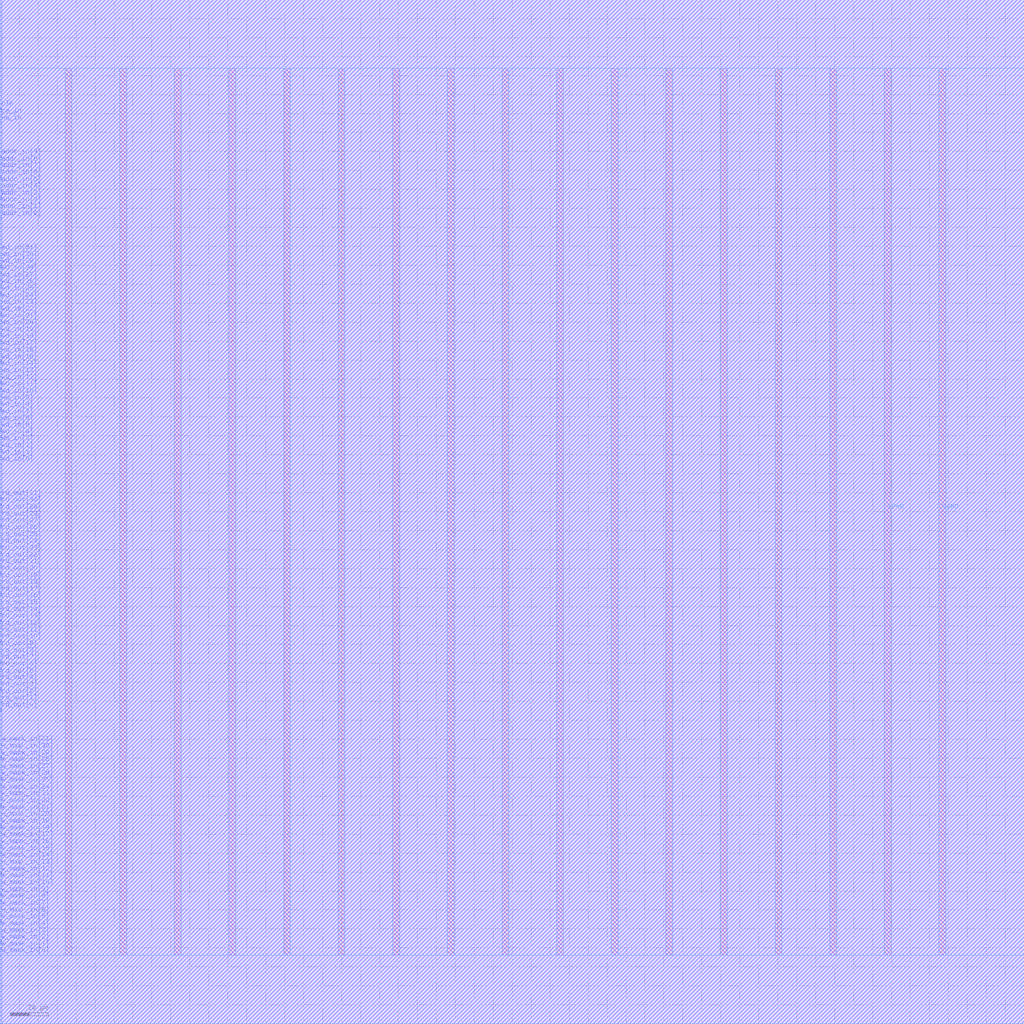
<source format=lef>
VERSION 5.7 ;
BUSBITCHARS "[]" ;
MACRO fakeram130_1024x32
  FOREIGN fakeram130_1024x32 0 0 ;
  SYMMETRY X Y R90 ;
  SIZE 540.000 BY 540.000 ;
  CLASS BLOCK ;
  PIN w_mask_in[0]
    DIRECTION INPUT ;
    USE SIGNAL ;
    SHAPE ABUTMENT ;
    PORT
      LAYER met3 ;
      RECT 0.000 35.550 0.900 36.450 ;
    END
  END w_mask_in[0]
  PIN w_mask_in[1]
    DIRECTION INPUT ;
    USE SIGNAL ;
    SHAPE ABUTMENT ;
    PORT
      LAYER met3 ;
      RECT 0.000 39.150 0.900 40.050 ;
    END
  END w_mask_in[1]
  PIN w_mask_in[2]
    DIRECTION INPUT ;
    USE SIGNAL ;
    SHAPE ABUTMENT ;
    PORT
      LAYER met3 ;
      RECT 0.000 42.750 0.900 43.650 ;
    END
  END w_mask_in[2]
  PIN w_mask_in[3]
    DIRECTION INPUT ;
    USE SIGNAL ;
    SHAPE ABUTMENT ;
    PORT
      LAYER met3 ;
      RECT 0.000 46.350 0.900 47.250 ;
    END
  END w_mask_in[3]
  PIN w_mask_in[4]
    DIRECTION INPUT ;
    USE SIGNAL ;
    SHAPE ABUTMENT ;
    PORT
      LAYER met3 ;
      RECT 0.000 49.950 0.900 50.850 ;
    END
  END w_mask_in[4]
  PIN w_mask_in[5]
    DIRECTION INPUT ;
    USE SIGNAL ;
    SHAPE ABUTMENT ;
    PORT
      LAYER met3 ;
      RECT 0.000 53.550 0.900 54.450 ;
    END
  END w_mask_in[5]
  PIN w_mask_in[6]
    DIRECTION INPUT ;
    USE SIGNAL ;
    SHAPE ABUTMENT ;
    PORT
      LAYER met3 ;
      RECT 0.000 57.150 0.900 58.050 ;
    END
  END w_mask_in[6]
  PIN w_mask_in[7]
    DIRECTION INPUT ;
    USE SIGNAL ;
    SHAPE ABUTMENT ;
    PORT
      LAYER met3 ;
      RECT 0.000 60.750 0.900 61.650 ;
    END
  END w_mask_in[7]
  PIN w_mask_in[8]
    DIRECTION INPUT ;
    USE SIGNAL ;
    SHAPE ABUTMENT ;
    PORT
      LAYER met3 ;
      RECT 0.000 64.350 0.900 65.250 ;
    END
  END w_mask_in[8]
  PIN w_mask_in[9]
    DIRECTION INPUT ;
    USE SIGNAL ;
    SHAPE ABUTMENT ;
    PORT
      LAYER met3 ;
      RECT 0.000 67.950 0.900 68.850 ;
    END
  END w_mask_in[9]
  PIN w_mask_in[10]
    DIRECTION INPUT ;
    USE SIGNAL ;
    SHAPE ABUTMENT ;
    PORT
      LAYER met3 ;
      RECT 0.000 71.550 0.900 72.450 ;
    END
  END w_mask_in[10]
  PIN w_mask_in[11]
    DIRECTION INPUT ;
    USE SIGNAL ;
    SHAPE ABUTMENT ;
    PORT
      LAYER met3 ;
      RECT 0.000 75.150 0.900 76.050 ;
    END
  END w_mask_in[11]
  PIN w_mask_in[12]
    DIRECTION INPUT ;
    USE SIGNAL ;
    SHAPE ABUTMENT ;
    PORT
      LAYER met3 ;
      RECT 0.000 78.750 0.900 79.650 ;
    END
  END w_mask_in[12]
  PIN w_mask_in[13]
    DIRECTION INPUT ;
    USE SIGNAL ;
    SHAPE ABUTMENT ;
    PORT
      LAYER met3 ;
      RECT 0.000 82.350 0.900 83.250 ;
    END
  END w_mask_in[13]
  PIN w_mask_in[14]
    DIRECTION INPUT ;
    USE SIGNAL ;
    SHAPE ABUTMENT ;
    PORT
      LAYER met3 ;
      RECT 0.000 85.950 0.900 86.850 ;
    END
  END w_mask_in[14]
  PIN w_mask_in[15]
    DIRECTION INPUT ;
    USE SIGNAL ;
    SHAPE ABUTMENT ;
    PORT
      LAYER met3 ;
      RECT 0.000 89.550 0.900 90.450 ;
    END
  END w_mask_in[15]
  PIN w_mask_in[16]
    DIRECTION INPUT ;
    USE SIGNAL ;
    SHAPE ABUTMENT ;
    PORT
      LAYER met3 ;
      RECT 0.000 93.150 0.900 94.050 ;
    END
  END w_mask_in[16]
  PIN w_mask_in[17]
    DIRECTION INPUT ;
    USE SIGNAL ;
    SHAPE ABUTMENT ;
    PORT
      LAYER met3 ;
      RECT 0.000 96.750 0.900 97.650 ;
    END
  END w_mask_in[17]
  PIN w_mask_in[18]
    DIRECTION INPUT ;
    USE SIGNAL ;
    SHAPE ABUTMENT ;
    PORT
      LAYER met3 ;
      RECT 0.000 100.350 0.900 101.250 ;
    END
  END w_mask_in[18]
  PIN w_mask_in[19]
    DIRECTION INPUT ;
    USE SIGNAL ;
    SHAPE ABUTMENT ;
    PORT
      LAYER met3 ;
      RECT 0.000 103.950 0.900 104.850 ;
    END
  END w_mask_in[19]
  PIN w_mask_in[20]
    DIRECTION INPUT ;
    USE SIGNAL ;
    SHAPE ABUTMENT ;
    PORT
      LAYER met3 ;
      RECT 0.000 107.550 0.900 108.450 ;
    END
  END w_mask_in[20]
  PIN w_mask_in[21]
    DIRECTION INPUT ;
    USE SIGNAL ;
    SHAPE ABUTMENT ;
    PORT
      LAYER met3 ;
      RECT 0.000 111.150 0.900 112.050 ;
    END
  END w_mask_in[21]
  PIN w_mask_in[22]
    DIRECTION INPUT ;
    USE SIGNAL ;
    SHAPE ABUTMENT ;
    PORT
      LAYER met3 ;
      RECT 0.000 114.750 0.900 115.650 ;
    END
  END w_mask_in[22]
  PIN w_mask_in[23]
    DIRECTION INPUT ;
    USE SIGNAL ;
    SHAPE ABUTMENT ;
    PORT
      LAYER met3 ;
      RECT 0.000 118.350 0.900 119.250 ;
    END
  END w_mask_in[23]
  PIN w_mask_in[24]
    DIRECTION INPUT ;
    USE SIGNAL ;
    SHAPE ABUTMENT ;
    PORT
      LAYER met3 ;
      RECT 0.000 121.950 0.900 122.850 ;
    END
  END w_mask_in[24]
  PIN w_mask_in[25]
    DIRECTION INPUT ;
    USE SIGNAL ;
    SHAPE ABUTMENT ;
    PORT
      LAYER met3 ;
      RECT 0.000 125.550 0.900 126.450 ;
    END
  END w_mask_in[25]
  PIN w_mask_in[26]
    DIRECTION INPUT ;
    USE SIGNAL ;
    SHAPE ABUTMENT ;
    PORT
      LAYER met3 ;
      RECT 0.000 129.150 0.900 130.050 ;
    END
  END w_mask_in[26]
  PIN w_mask_in[27]
    DIRECTION INPUT ;
    USE SIGNAL ;
    SHAPE ABUTMENT ;
    PORT
      LAYER met3 ;
      RECT 0.000 132.750 0.900 133.650 ;
    END
  END w_mask_in[27]
  PIN w_mask_in[28]
    DIRECTION INPUT ;
    USE SIGNAL ;
    SHAPE ABUTMENT ;
    PORT
      LAYER met3 ;
      RECT 0.000 136.350 0.900 137.250 ;
    END
  END w_mask_in[28]
  PIN w_mask_in[29]
    DIRECTION INPUT ;
    USE SIGNAL ;
    SHAPE ABUTMENT ;
    PORT
      LAYER met3 ;
      RECT 0.000 139.950 0.900 140.850 ;
    END
  END w_mask_in[29]
  PIN w_mask_in[30]
    DIRECTION INPUT ;
    USE SIGNAL ;
    SHAPE ABUTMENT ;
    PORT
      LAYER met3 ;
      RECT 0.000 143.550 0.900 144.450 ;
    END
  END w_mask_in[30]
  PIN w_mask_in[31]
    DIRECTION INPUT ;
    USE SIGNAL ;
    SHAPE ABUTMENT ;
    PORT
      LAYER met3 ;
      RECT 0.000 147.150 0.900 148.050 ;
    END
  END w_mask_in[31]
  PIN rd_out[0]
    DIRECTION OUTPUT ;
    USE SIGNAL ;
    SHAPE ABUTMENT ;
    PORT
      LAYER met3 ;
      RECT 0.000 165.150 0.900 166.050 ;
    END
  END rd_out[0]
  PIN rd_out[1]
    DIRECTION OUTPUT ;
    USE SIGNAL ;
    SHAPE ABUTMENT ;
    PORT
      LAYER met3 ;
      RECT 0.000 168.750 0.900 169.650 ;
    END
  END rd_out[1]
  PIN rd_out[2]
    DIRECTION OUTPUT ;
    USE SIGNAL ;
    SHAPE ABUTMENT ;
    PORT
      LAYER met3 ;
      RECT 0.000 172.350 0.900 173.250 ;
    END
  END rd_out[2]
  PIN rd_out[3]
    DIRECTION OUTPUT ;
    USE SIGNAL ;
    SHAPE ABUTMENT ;
    PORT
      LAYER met3 ;
      RECT 0.000 175.950 0.900 176.850 ;
    END
  END rd_out[3]
  PIN rd_out[4]
    DIRECTION OUTPUT ;
    USE SIGNAL ;
    SHAPE ABUTMENT ;
    PORT
      LAYER met3 ;
      RECT 0.000 179.550 0.900 180.450 ;
    END
  END rd_out[4]
  PIN rd_out[5]
    DIRECTION OUTPUT ;
    USE SIGNAL ;
    SHAPE ABUTMENT ;
    PORT
      LAYER met3 ;
      RECT 0.000 183.150 0.900 184.050 ;
    END
  END rd_out[5]
  PIN rd_out[6]
    DIRECTION OUTPUT ;
    USE SIGNAL ;
    SHAPE ABUTMENT ;
    PORT
      LAYER met3 ;
      RECT 0.000 186.750 0.900 187.650 ;
    END
  END rd_out[6]
  PIN rd_out[7]
    DIRECTION OUTPUT ;
    USE SIGNAL ;
    SHAPE ABUTMENT ;
    PORT
      LAYER met3 ;
      RECT 0.000 190.350 0.900 191.250 ;
    END
  END rd_out[7]
  PIN rd_out[8]
    DIRECTION OUTPUT ;
    USE SIGNAL ;
    SHAPE ABUTMENT ;
    PORT
      LAYER met3 ;
      RECT 0.000 193.950 0.900 194.850 ;
    END
  END rd_out[8]
  PIN rd_out[9]
    DIRECTION OUTPUT ;
    USE SIGNAL ;
    SHAPE ABUTMENT ;
    PORT
      LAYER met3 ;
      RECT 0.000 197.550 0.900 198.450 ;
    END
  END rd_out[9]
  PIN rd_out[10]
    DIRECTION OUTPUT ;
    USE SIGNAL ;
    SHAPE ABUTMENT ;
    PORT
      LAYER met3 ;
      RECT 0.000 201.150 0.900 202.050 ;
    END
  END rd_out[10]
  PIN rd_out[11]
    DIRECTION OUTPUT ;
    USE SIGNAL ;
    SHAPE ABUTMENT ;
    PORT
      LAYER met3 ;
      RECT 0.000 204.750 0.900 205.650 ;
    END
  END rd_out[11]
  PIN rd_out[12]
    DIRECTION OUTPUT ;
    USE SIGNAL ;
    SHAPE ABUTMENT ;
    PORT
      LAYER met3 ;
      RECT 0.000 208.350 0.900 209.250 ;
    END
  END rd_out[12]
  PIN rd_out[13]
    DIRECTION OUTPUT ;
    USE SIGNAL ;
    SHAPE ABUTMENT ;
    PORT
      LAYER met3 ;
      RECT 0.000 211.950 0.900 212.850 ;
    END
  END rd_out[13]
  PIN rd_out[14]
    DIRECTION OUTPUT ;
    USE SIGNAL ;
    SHAPE ABUTMENT ;
    PORT
      LAYER met3 ;
      RECT 0.000 215.550 0.900 216.450 ;
    END
  END rd_out[14]
  PIN rd_out[15]
    DIRECTION OUTPUT ;
    USE SIGNAL ;
    SHAPE ABUTMENT ;
    PORT
      LAYER met3 ;
      RECT 0.000 219.150 0.900 220.050 ;
    END
  END rd_out[15]
  PIN rd_out[16]
    DIRECTION OUTPUT ;
    USE SIGNAL ;
    SHAPE ABUTMENT ;
    PORT
      LAYER met3 ;
      RECT 0.000 222.750 0.900 223.650 ;
    END
  END rd_out[16]
  PIN rd_out[17]
    DIRECTION OUTPUT ;
    USE SIGNAL ;
    SHAPE ABUTMENT ;
    PORT
      LAYER met3 ;
      RECT 0.000 226.350 0.900 227.250 ;
    END
  END rd_out[17]
  PIN rd_out[18]
    DIRECTION OUTPUT ;
    USE SIGNAL ;
    SHAPE ABUTMENT ;
    PORT
      LAYER met3 ;
      RECT 0.000 229.950 0.900 230.850 ;
    END
  END rd_out[18]
  PIN rd_out[19]
    DIRECTION OUTPUT ;
    USE SIGNAL ;
    SHAPE ABUTMENT ;
    PORT
      LAYER met3 ;
      RECT 0.000 233.550 0.900 234.450 ;
    END
  END rd_out[19]
  PIN rd_out[20]
    DIRECTION OUTPUT ;
    USE SIGNAL ;
    SHAPE ABUTMENT ;
    PORT
      LAYER met3 ;
      RECT 0.000 237.150 0.900 238.050 ;
    END
  END rd_out[20]
  PIN rd_out[21]
    DIRECTION OUTPUT ;
    USE SIGNAL ;
    SHAPE ABUTMENT ;
    PORT
      LAYER met3 ;
      RECT 0.000 240.750 0.900 241.650 ;
    END
  END rd_out[21]
  PIN rd_out[22]
    DIRECTION OUTPUT ;
    USE SIGNAL ;
    SHAPE ABUTMENT ;
    PORT
      LAYER met3 ;
      RECT 0.000 244.350 0.900 245.250 ;
    END
  END rd_out[22]
  PIN rd_out[23]
    DIRECTION OUTPUT ;
    USE SIGNAL ;
    SHAPE ABUTMENT ;
    PORT
      LAYER met3 ;
      RECT 0.000 247.950 0.900 248.850 ;
    END
  END rd_out[23]
  PIN rd_out[24]
    DIRECTION OUTPUT ;
    USE SIGNAL ;
    SHAPE ABUTMENT ;
    PORT
      LAYER met3 ;
      RECT 0.000 251.550 0.900 252.450 ;
    END
  END rd_out[24]
  PIN rd_out[25]
    DIRECTION OUTPUT ;
    USE SIGNAL ;
    SHAPE ABUTMENT ;
    PORT
      LAYER met3 ;
      RECT 0.000 255.150 0.900 256.050 ;
    END
  END rd_out[25]
  PIN rd_out[26]
    DIRECTION OUTPUT ;
    USE SIGNAL ;
    SHAPE ABUTMENT ;
    PORT
      LAYER met3 ;
      RECT 0.000 258.750 0.900 259.650 ;
    END
  END rd_out[26]
  PIN rd_out[27]
    DIRECTION OUTPUT ;
    USE SIGNAL ;
    SHAPE ABUTMENT ;
    PORT
      LAYER met3 ;
      RECT 0.000 262.350 0.900 263.250 ;
    END
  END rd_out[27]
  PIN rd_out[28]
    DIRECTION OUTPUT ;
    USE SIGNAL ;
    SHAPE ABUTMENT ;
    PORT
      LAYER met3 ;
      RECT 0.000 265.950 0.900 266.850 ;
    END
  END rd_out[28]
  PIN rd_out[29]
    DIRECTION OUTPUT ;
    USE SIGNAL ;
    SHAPE ABUTMENT ;
    PORT
      LAYER met3 ;
      RECT 0.000 269.550 0.900 270.450 ;
    END
  END rd_out[29]
  PIN rd_out[30]
    DIRECTION OUTPUT ;
    USE SIGNAL ;
    SHAPE ABUTMENT ;
    PORT
      LAYER met3 ;
      RECT 0.000 273.150 0.900 274.050 ;
    END
  END rd_out[30]
  PIN rd_out[31]
    DIRECTION OUTPUT ;
    USE SIGNAL ;
    SHAPE ABUTMENT ;
    PORT
      LAYER met3 ;
      RECT 0.000 276.750 0.900 277.650 ;
    END
  END rd_out[31]
  PIN wd_in[0]
    DIRECTION INPUT ;
    USE SIGNAL ;
    SHAPE ABUTMENT ;
    PORT
      LAYER met3 ;
      RECT 0.000 294.750 0.900 295.650 ;
    END
  END wd_in[0]
  PIN wd_in[1]
    DIRECTION INPUT ;
    USE SIGNAL ;
    SHAPE ABUTMENT ;
    PORT
      LAYER met3 ;
      RECT 0.000 298.350 0.900 299.250 ;
    END
  END wd_in[1]
  PIN wd_in[2]
    DIRECTION INPUT ;
    USE SIGNAL ;
    SHAPE ABUTMENT ;
    PORT
      LAYER met3 ;
      RECT 0.000 301.950 0.900 302.850 ;
    END
  END wd_in[2]
  PIN wd_in[3]
    DIRECTION INPUT ;
    USE SIGNAL ;
    SHAPE ABUTMENT ;
    PORT
      LAYER met3 ;
      RECT 0.000 305.550 0.900 306.450 ;
    END
  END wd_in[3]
  PIN wd_in[4]
    DIRECTION INPUT ;
    USE SIGNAL ;
    SHAPE ABUTMENT ;
    PORT
      LAYER met3 ;
      RECT 0.000 309.150 0.900 310.050 ;
    END
  END wd_in[4]
  PIN wd_in[5]
    DIRECTION INPUT ;
    USE SIGNAL ;
    SHAPE ABUTMENT ;
    PORT
      LAYER met3 ;
      RECT 0.000 312.750 0.900 313.650 ;
    END
  END wd_in[5]
  PIN wd_in[6]
    DIRECTION INPUT ;
    USE SIGNAL ;
    SHAPE ABUTMENT ;
    PORT
      LAYER met3 ;
      RECT 0.000 316.350 0.900 317.250 ;
    END
  END wd_in[6]
  PIN wd_in[7]
    DIRECTION INPUT ;
    USE SIGNAL ;
    SHAPE ABUTMENT ;
    PORT
      LAYER met3 ;
      RECT 0.000 319.950 0.900 320.850 ;
    END
  END wd_in[7]
  PIN wd_in[8]
    DIRECTION INPUT ;
    USE SIGNAL ;
    SHAPE ABUTMENT ;
    PORT
      LAYER met3 ;
      RECT 0.000 323.550 0.900 324.450 ;
    END
  END wd_in[8]
  PIN wd_in[9]
    DIRECTION INPUT ;
    USE SIGNAL ;
    SHAPE ABUTMENT ;
    PORT
      LAYER met3 ;
      RECT 0.000 327.150 0.900 328.050 ;
    END
  END wd_in[9]
  PIN wd_in[10]
    DIRECTION INPUT ;
    USE SIGNAL ;
    SHAPE ABUTMENT ;
    PORT
      LAYER met3 ;
      RECT 0.000 330.750 0.900 331.650 ;
    END
  END wd_in[10]
  PIN wd_in[11]
    DIRECTION INPUT ;
    USE SIGNAL ;
    SHAPE ABUTMENT ;
    PORT
      LAYER met3 ;
      RECT 0.000 334.350 0.900 335.250 ;
    END
  END wd_in[11]
  PIN wd_in[12]
    DIRECTION INPUT ;
    USE SIGNAL ;
    SHAPE ABUTMENT ;
    PORT
      LAYER met3 ;
      RECT 0.000 337.950 0.900 338.850 ;
    END
  END wd_in[12]
  PIN wd_in[13]
    DIRECTION INPUT ;
    USE SIGNAL ;
    SHAPE ABUTMENT ;
    PORT
      LAYER met3 ;
      RECT 0.000 341.550 0.900 342.450 ;
    END
  END wd_in[13]
  PIN wd_in[14]
    DIRECTION INPUT ;
    USE SIGNAL ;
    SHAPE ABUTMENT ;
    PORT
      LAYER met3 ;
      RECT 0.000 345.150 0.900 346.050 ;
    END
  END wd_in[14]
  PIN wd_in[15]
    DIRECTION INPUT ;
    USE SIGNAL ;
    SHAPE ABUTMENT ;
    PORT
      LAYER met3 ;
      RECT 0.000 348.750 0.900 349.650 ;
    END
  END wd_in[15]
  PIN wd_in[16]
    DIRECTION INPUT ;
    USE SIGNAL ;
    SHAPE ABUTMENT ;
    PORT
      LAYER met3 ;
      RECT 0.000 352.350 0.900 353.250 ;
    END
  END wd_in[16]
  PIN wd_in[17]
    DIRECTION INPUT ;
    USE SIGNAL ;
    SHAPE ABUTMENT ;
    PORT
      LAYER met3 ;
      RECT 0.000 355.950 0.900 356.850 ;
    END
  END wd_in[17]
  PIN wd_in[18]
    DIRECTION INPUT ;
    USE SIGNAL ;
    SHAPE ABUTMENT ;
    PORT
      LAYER met3 ;
      RECT 0.000 359.550 0.900 360.450 ;
    END
  END wd_in[18]
  PIN wd_in[19]
    DIRECTION INPUT ;
    USE SIGNAL ;
    SHAPE ABUTMENT ;
    PORT
      LAYER met3 ;
      RECT 0.000 363.150 0.900 364.050 ;
    END
  END wd_in[19]
  PIN wd_in[20]
    DIRECTION INPUT ;
    USE SIGNAL ;
    SHAPE ABUTMENT ;
    PORT
      LAYER met3 ;
      RECT 0.000 366.750 0.900 367.650 ;
    END
  END wd_in[20]
  PIN wd_in[21]
    DIRECTION INPUT ;
    USE SIGNAL ;
    SHAPE ABUTMENT ;
    PORT
      LAYER met3 ;
      RECT 0.000 370.350 0.900 371.250 ;
    END
  END wd_in[21]
  PIN wd_in[22]
    DIRECTION INPUT ;
    USE SIGNAL ;
    SHAPE ABUTMENT ;
    PORT
      LAYER met3 ;
      RECT 0.000 373.950 0.900 374.850 ;
    END
  END wd_in[22]
  PIN wd_in[23]
    DIRECTION INPUT ;
    USE SIGNAL ;
    SHAPE ABUTMENT ;
    PORT
      LAYER met3 ;
      RECT 0.000 377.550 0.900 378.450 ;
    END
  END wd_in[23]
  PIN wd_in[24]
    DIRECTION INPUT ;
    USE SIGNAL ;
    SHAPE ABUTMENT ;
    PORT
      LAYER met3 ;
      RECT 0.000 381.150 0.900 382.050 ;
    END
  END wd_in[24]
  PIN wd_in[25]
    DIRECTION INPUT ;
    USE SIGNAL ;
    SHAPE ABUTMENT ;
    PORT
      LAYER met3 ;
      RECT 0.000 384.750 0.900 385.650 ;
    END
  END wd_in[25]
  PIN wd_in[26]
    DIRECTION INPUT ;
    USE SIGNAL ;
    SHAPE ABUTMENT ;
    PORT
      LAYER met3 ;
      RECT 0.000 388.350 0.900 389.250 ;
    END
  END wd_in[26]
  PIN wd_in[27]
    DIRECTION INPUT ;
    USE SIGNAL ;
    SHAPE ABUTMENT ;
    PORT
      LAYER met3 ;
      RECT 0.000 391.950 0.900 392.850 ;
    END
  END wd_in[27]
  PIN wd_in[28]
    DIRECTION INPUT ;
    USE SIGNAL ;
    SHAPE ABUTMENT ;
    PORT
      LAYER met3 ;
      RECT 0.000 395.550 0.900 396.450 ;
    END
  END wd_in[28]
  PIN wd_in[29]
    DIRECTION INPUT ;
    USE SIGNAL ;
    SHAPE ABUTMENT ;
    PORT
      LAYER met3 ;
      RECT 0.000 399.150 0.900 400.050 ;
    END
  END wd_in[29]
  PIN wd_in[30]
    DIRECTION INPUT ;
    USE SIGNAL ;
    SHAPE ABUTMENT ;
    PORT
      LAYER met3 ;
      RECT 0.000 402.750 0.900 403.650 ;
    END
  END wd_in[30]
  PIN wd_in[31]
    DIRECTION INPUT ;
    USE SIGNAL ;
    SHAPE ABUTMENT ;
    PORT
      LAYER met3 ;
      RECT 0.000 406.350 0.900 407.250 ;
    END
  END wd_in[31]
  PIN addr_in[0]
    DIRECTION INPUT ;
    USE SIGNAL ;
    SHAPE ABUTMENT ;
    PORT
      LAYER met3 ;
      RECT 0.000 424.350 0.900 425.250 ;
    END
  END addr_in[0]
  PIN addr_in[1]
    DIRECTION INPUT ;
    USE SIGNAL ;
    SHAPE ABUTMENT ;
    PORT
      LAYER met3 ;
      RECT 0.000 427.950 0.900 428.850 ;
    END
  END addr_in[1]
  PIN addr_in[2]
    DIRECTION INPUT ;
    USE SIGNAL ;
    SHAPE ABUTMENT ;
    PORT
      LAYER met3 ;
      RECT 0.000 431.550 0.900 432.450 ;
    END
  END addr_in[2]
  PIN addr_in[3]
    DIRECTION INPUT ;
    USE SIGNAL ;
    SHAPE ABUTMENT ;
    PORT
      LAYER met3 ;
      RECT 0.000 435.150 0.900 436.050 ;
    END
  END addr_in[3]
  PIN addr_in[4]
    DIRECTION INPUT ;
    USE SIGNAL ;
    SHAPE ABUTMENT ;
    PORT
      LAYER met3 ;
      RECT 0.000 438.750 0.900 439.650 ;
    END
  END addr_in[4]
  PIN addr_in[5]
    DIRECTION INPUT ;
    USE SIGNAL ;
    SHAPE ABUTMENT ;
    PORT
      LAYER met3 ;
      RECT 0.000 442.350 0.900 443.250 ;
    END
  END addr_in[5]
  PIN addr_in[6]
    DIRECTION INPUT ;
    USE SIGNAL ;
    SHAPE ABUTMENT ;
    PORT
      LAYER met3 ;
      RECT 0.000 445.950 0.900 446.850 ;
    END
  END addr_in[6]
  PIN addr_in[7]
    DIRECTION INPUT ;
    USE SIGNAL ;
    SHAPE ABUTMENT ;
    PORT
      LAYER met3 ;
      RECT 0.000 449.550 0.900 450.450 ;
    END
  END addr_in[7]
  PIN addr_in[8]
    DIRECTION INPUT ;
    USE SIGNAL ;
    SHAPE ABUTMENT ;
    PORT
      LAYER met3 ;
      RECT 0.000 453.150 0.900 454.050 ;
    END
  END addr_in[8]
  PIN addr_in[9]
    DIRECTION INPUT ;
    USE SIGNAL ;
    SHAPE ABUTMENT ;
    PORT
      LAYER met3 ;
      RECT 0.000 456.750 0.900 457.650 ;
    END
  END addr_in[9]
  PIN we_in
    DIRECTION INPUT ;
    USE SIGNAL ;
    SHAPE ABUTMENT ;
    PORT
      LAYER met3 ;
      RECT 0.000 474.750 0.900 475.650 ;
    END
  END we_in
  PIN ce_in
    DIRECTION INPUT ;
    USE SIGNAL ;
    SHAPE ABUTMENT ;
    PORT
      LAYER met3 ;
      RECT 0.000 478.350 0.900 479.250 ;
    END
  END ce_in
  PIN clk
    DIRECTION INPUT ;
    USE SIGNAL ;
    SHAPE ABUTMENT ;
    PORT
      LAYER met3 ;
      RECT 0.000 481.950 0.900 482.850 ;
    END
  END clk
  PIN VGND
    DIRECTION INOUT ;
    USE GROUND ;
    PORT
      LAYER met4 ;
      RECT 34.200 36.000 37.800 504.000 ;
      RECT 91.800 36.000 95.400 504.000 ;
      RECT 149.400 36.000 153.000 504.000 ;
      RECT 207.000 36.000 210.600 504.000 ;
      RECT 264.600 36.000 268.200 504.000 ;
      RECT 322.200 36.000 325.800 504.000 ;
      RECT 379.800 36.000 383.400 504.000 ;
      RECT 437.400 36.000 441.000 504.000 ;
      RECT 495.000 36.000 498.600 504.000 ;
    END
  END VGND
  PIN VPWR
    DIRECTION INOUT ;
    USE POWER ;
    PORT
      LAYER met4 ;
      RECT 63.000 36.000 66.600 504.000 ;
      RECT 120.600 36.000 124.200 504.000 ;
      RECT 178.200 36.000 181.800 504.000 ;
      RECT 235.800 36.000 239.400 504.000 ;
      RECT 293.400 36.000 297.000 504.000 ;
      RECT 351.000 36.000 354.600 504.000 ;
      RECT 408.600 36.000 412.200 504.000 ;
      RECT 466.200 36.000 469.800 504.000 ;
    END
  END VPWR
  OBS
    LAYER met1 ;
    RECT 0 0 540.000 540.000 ;
    LAYER met2 ;
    RECT 0 0 540.000 540.000 ;
    LAYER met3 ;
    RECT 0.900 0 540.000 540.000 ;
    RECT 0 0.000 0.900 35.550 ;
    RECT 0 36.450 0.900 39.150 ;
    RECT 0 40.050 0.900 42.750 ;
    RECT 0 43.650 0.900 46.350 ;
    RECT 0 47.250 0.900 49.950 ;
    RECT 0 50.850 0.900 53.550 ;
    RECT 0 54.450 0.900 57.150 ;
    RECT 0 58.050 0.900 60.750 ;
    RECT 0 61.650 0.900 64.350 ;
    RECT 0 65.250 0.900 67.950 ;
    RECT 0 68.850 0.900 71.550 ;
    RECT 0 72.450 0.900 75.150 ;
    RECT 0 76.050 0.900 78.750 ;
    RECT 0 79.650 0.900 82.350 ;
    RECT 0 83.250 0.900 85.950 ;
    RECT 0 86.850 0.900 89.550 ;
    RECT 0 90.450 0.900 93.150 ;
    RECT 0 94.050 0.900 96.750 ;
    RECT 0 97.650 0.900 100.350 ;
    RECT 0 101.250 0.900 103.950 ;
    RECT 0 104.850 0.900 107.550 ;
    RECT 0 108.450 0.900 111.150 ;
    RECT 0 112.050 0.900 114.750 ;
    RECT 0 115.650 0.900 118.350 ;
    RECT 0 119.250 0.900 121.950 ;
    RECT 0 122.850 0.900 125.550 ;
    RECT 0 126.450 0.900 129.150 ;
    RECT 0 130.050 0.900 132.750 ;
    RECT 0 133.650 0.900 136.350 ;
    RECT 0 137.250 0.900 139.950 ;
    RECT 0 140.850 0.900 143.550 ;
    RECT 0 144.450 0.900 147.150 ;
    RECT 0 148.050 0.900 165.150 ;
    RECT 0 166.050 0.900 168.750 ;
    RECT 0 169.650 0.900 172.350 ;
    RECT 0 173.250 0.900 175.950 ;
    RECT 0 176.850 0.900 179.550 ;
    RECT 0 180.450 0.900 183.150 ;
    RECT 0 184.050 0.900 186.750 ;
    RECT 0 187.650 0.900 190.350 ;
    RECT 0 191.250 0.900 193.950 ;
    RECT 0 194.850 0.900 197.550 ;
    RECT 0 198.450 0.900 201.150 ;
    RECT 0 202.050 0.900 204.750 ;
    RECT 0 205.650 0.900 208.350 ;
    RECT 0 209.250 0.900 211.950 ;
    RECT 0 212.850 0.900 215.550 ;
    RECT 0 216.450 0.900 219.150 ;
    RECT 0 220.050 0.900 222.750 ;
    RECT 0 223.650 0.900 226.350 ;
    RECT 0 227.250 0.900 229.950 ;
    RECT 0 230.850 0.900 233.550 ;
    RECT 0 234.450 0.900 237.150 ;
    RECT 0 238.050 0.900 240.750 ;
    RECT 0 241.650 0.900 244.350 ;
    RECT 0 245.250 0.900 247.950 ;
    RECT 0 248.850 0.900 251.550 ;
    RECT 0 252.450 0.900 255.150 ;
    RECT 0 256.050 0.900 258.750 ;
    RECT 0 259.650 0.900 262.350 ;
    RECT 0 263.250 0.900 265.950 ;
    RECT 0 266.850 0.900 269.550 ;
    RECT 0 270.450 0.900 273.150 ;
    RECT 0 274.050 0.900 276.750 ;
    RECT 0 277.650 0.900 294.750 ;
    RECT 0 295.650 0.900 298.350 ;
    RECT 0 299.250 0.900 301.950 ;
    RECT 0 302.850 0.900 305.550 ;
    RECT 0 306.450 0.900 309.150 ;
    RECT 0 310.050 0.900 312.750 ;
    RECT 0 313.650 0.900 316.350 ;
    RECT 0 317.250 0.900 319.950 ;
    RECT 0 320.850 0.900 323.550 ;
    RECT 0 324.450 0.900 327.150 ;
    RECT 0 328.050 0.900 330.750 ;
    RECT 0 331.650 0.900 334.350 ;
    RECT 0 335.250 0.900 337.950 ;
    RECT 0 338.850 0.900 341.550 ;
    RECT 0 342.450 0.900 345.150 ;
    RECT 0 346.050 0.900 348.750 ;
    RECT 0 349.650 0.900 352.350 ;
    RECT 0 353.250 0.900 355.950 ;
    RECT 0 356.850 0.900 359.550 ;
    RECT 0 360.450 0.900 363.150 ;
    RECT 0 364.050 0.900 366.750 ;
    RECT 0 367.650 0.900 370.350 ;
    RECT 0 371.250 0.900 373.950 ;
    RECT 0 374.850 0.900 377.550 ;
    RECT 0 378.450 0.900 381.150 ;
    RECT 0 382.050 0.900 384.750 ;
    RECT 0 385.650 0.900 388.350 ;
    RECT 0 389.250 0.900 391.950 ;
    RECT 0 392.850 0.900 395.550 ;
    RECT 0 396.450 0.900 399.150 ;
    RECT 0 400.050 0.900 402.750 ;
    RECT 0 403.650 0.900 406.350 ;
    RECT 0 407.250 0.900 424.350 ;
    RECT 0 425.250 0.900 427.950 ;
    RECT 0 428.850 0.900 431.550 ;
    RECT 0 432.450 0.900 435.150 ;
    RECT 0 436.050 0.900 438.750 ;
    RECT 0 439.650 0.900 442.350 ;
    RECT 0 443.250 0.900 445.950 ;
    RECT 0 446.850 0.900 449.550 ;
    RECT 0 450.450 0.900 453.150 ;
    RECT 0 454.050 0.900 456.750 ;
    RECT 0 457.650 0.900 474.750 ;
    RECT 0 475.650 0.900 478.350 ;
    RECT 0 479.250 0.900 481.950 ;
    RECT 0 482.850 0.900 540.000 ;
    LAYER met4 ;
    RECT 0 0 540.000 36.000 ;
    RECT 0 504.000 540.000 540.000 ;
    RECT 0.000 36.000 34.200 504.000 ;
    RECT 37.800 36.000 63.000 504.000 ;
    RECT 66.600 36.000 91.800 504.000 ;
    RECT 95.400 36.000 120.600 504.000 ;
    RECT 124.200 36.000 149.400 504.000 ;
    RECT 153.000 36.000 178.200 504.000 ;
    RECT 181.800 36.000 207.000 504.000 ;
    RECT 210.600 36.000 235.800 504.000 ;
    RECT 239.400 36.000 264.600 504.000 ;
    RECT 268.200 36.000 293.400 504.000 ;
    RECT 297.000 36.000 322.200 504.000 ;
    RECT 325.800 36.000 351.000 504.000 ;
    RECT 354.600 36.000 379.800 504.000 ;
    RECT 383.400 36.000 408.600 504.000 ;
    RECT 412.200 36.000 437.400 504.000 ;
    RECT 441.000 36.000 466.200 504.000 ;
    RECT 469.800 36.000 495.000 504.000 ;
    RECT 498.600 36.000 540.000 504.000 ;
  END
END fakeram130_1024x32

END LIBRARY

</source>
